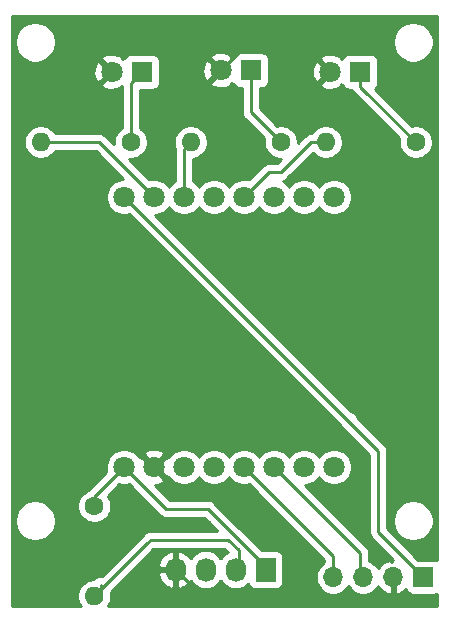
<source format=gbr>
G04 #@! TF.GenerationSoftware,KiCad,Pcbnew,5.1.7-5.1.7*
G04 #@! TF.CreationDate,2020-10-12T00:47:03+02:00*
G04 #@! TF.ProjectId,meteo-home,6d657465-6f2d-4686-9f6d-652e6b696361,rev?*
G04 #@! TF.SameCoordinates,Original*
G04 #@! TF.FileFunction,Copper,L1,Top*
G04 #@! TF.FilePolarity,Positive*
%FSLAX46Y46*%
G04 Gerber Fmt 4.6, Leading zero omitted, Abs format (unit mm)*
G04 Created by KiCad (PCBNEW 5.1.7-5.1.7) date 2020-10-12 00:47:03*
%MOMM*%
%LPD*%
G01*
G04 APERTURE LIST*
G04 #@! TA.AperFunction,ComponentPad*
%ADD10C,1.800000*%
G04 #@! TD*
G04 #@! TA.AperFunction,ComponentPad*
%ADD11R,1.727200X2.032000*%
G04 #@! TD*
G04 #@! TA.AperFunction,ComponentPad*
%ADD12O,1.727200X2.032000*%
G04 #@! TD*
G04 #@! TA.AperFunction,ComponentPad*
%ADD13R,1.800000X1.800000*%
G04 #@! TD*
G04 #@! TA.AperFunction,ComponentPad*
%ADD14O,1.600000X1.600000*%
G04 #@! TD*
G04 #@! TA.AperFunction,ComponentPad*
%ADD15C,1.600000*%
G04 #@! TD*
G04 #@! TA.AperFunction,ComponentPad*
%ADD16O,1.700000X1.700000*%
G04 #@! TD*
G04 #@! TA.AperFunction,ComponentPad*
%ADD17R,1.700000X1.700000*%
G04 #@! TD*
G04 #@! TA.AperFunction,Conductor*
%ADD18C,0.250000*%
G04 #@! TD*
G04 #@! TA.AperFunction,Conductor*
%ADD19C,0.254000*%
G04 #@! TD*
G04 #@! TA.AperFunction,Conductor*
%ADD20C,0.100000*%
G04 #@! TD*
G04 APERTURE END LIST*
D10*
X115005001Y-65597025D03*
X115005001Y-88457025D03*
X117545001Y-65597025D03*
X117545001Y-88457025D03*
X120085001Y-65597025D03*
X120085001Y-88457025D03*
X122625001Y-65597025D03*
X122625001Y-88457025D03*
X125165001Y-65597025D03*
X125165001Y-88457025D03*
X127705001Y-65597025D03*
X127705001Y-88457025D03*
X130245001Y-65597025D03*
X130245001Y-88457025D03*
X132785001Y-65597025D03*
X132785001Y-88457025D03*
D11*
X127000000Y-97155000D03*
D12*
X124460000Y-97155000D03*
X121920000Y-97155000D03*
X119380000Y-97155000D03*
D10*
X113960000Y-55000000D03*
D13*
X116500000Y-55000000D03*
X125730000Y-54864000D03*
D10*
X123190000Y-54864000D03*
X132460000Y-55000000D03*
D13*
X135000000Y-55000000D03*
D14*
X107950000Y-60960000D03*
D15*
X115570000Y-60960000D03*
X139700000Y-60960000D03*
D14*
X132080000Y-60960000D03*
X112500000Y-99370000D03*
D15*
X112500000Y-91750000D03*
D14*
X120650000Y-60960000D03*
D15*
X128270000Y-60960000D03*
D16*
X132715000Y-97790000D03*
X135255000Y-97790000D03*
X137795000Y-97790000D03*
D17*
X140335000Y-97790000D03*
D18*
X112907976Y-60960000D02*
X107950000Y-60960000D01*
X117545001Y-65597025D02*
X112907976Y-60960000D01*
X132080000Y-60960000D02*
X130810000Y-60960000D01*
X130810000Y-60960000D02*
X128270000Y-63500000D01*
X127262026Y-63500000D02*
X125165001Y-65597025D01*
X128270000Y-63500000D02*
X127262026Y-63500000D01*
X115570000Y-55930000D02*
X116500000Y-55000000D01*
X115570000Y-60960000D02*
X115570000Y-55930000D01*
X135000000Y-56260000D02*
X139700000Y-60960000D01*
X135000000Y-55000000D02*
X135000000Y-56260000D01*
X124714000Y-95504000D02*
X123825000Y-94615000D01*
X124714000Y-97155000D02*
X124714000Y-95504000D01*
X113030000Y-99695000D02*
X113030000Y-98425000D01*
X117255000Y-94615000D02*
X117615000Y-94615000D01*
X117255000Y-94615000D02*
X116935000Y-94935000D01*
X123825000Y-94615000D02*
X117255000Y-94615000D01*
X112500000Y-99370000D02*
X116935000Y-94935000D01*
X125165001Y-88457025D02*
X132461000Y-95753024D01*
X132715000Y-96007024D02*
X132461000Y-95753024D01*
X132715000Y-97790000D02*
X132715000Y-96007024D01*
X127705001Y-88457025D02*
X135001000Y-95753024D01*
X135001000Y-97536000D02*
X135255000Y-97790000D01*
X135001000Y-95753024D02*
X135001000Y-97536000D01*
X125984000Y-54864000D02*
X125984000Y-54991000D01*
X125730000Y-58420000D02*
X128270000Y-60960000D01*
X125730000Y-54864000D02*
X125730000Y-58420000D01*
X120085001Y-61524999D02*
X120650000Y-60960000D01*
X120085001Y-65597025D02*
X120085001Y-61524999D01*
X127254000Y-97155000D02*
X123952000Y-93853000D01*
X123952000Y-93853000D02*
X123914001Y-93815001D01*
X112500000Y-90962026D02*
X112500000Y-91750000D01*
X115005001Y-88457025D02*
X112500000Y-90962026D01*
X115005001Y-88457025D02*
X118547976Y-92000000D01*
X118547976Y-92000000D02*
X122099000Y-92000000D01*
X122099000Y-92000000D02*
X122674500Y-92575500D01*
X122174000Y-92075000D02*
X122674500Y-92575500D01*
X122674500Y-92575500D02*
X123952000Y-93853000D01*
X120396000Y-52070000D02*
X123190000Y-54864000D01*
X137160000Y-99695000D02*
X121920000Y-99695000D01*
X137795000Y-97790000D02*
X137795000Y-99060000D01*
X121920000Y-99695000D02*
X119380000Y-97155000D01*
X137795000Y-99060000D02*
X137160000Y-99695000D01*
X125984000Y-52070000D02*
X123190000Y-54864000D01*
X129530000Y-52070000D02*
X132460000Y-55000000D01*
X125984000Y-52070000D02*
X129530000Y-52070000D01*
X133923988Y-84516012D02*
X133985000Y-84455000D01*
X133923988Y-84516012D02*
X115005001Y-65597025D01*
X133923988Y-84516012D02*
X136525000Y-87117024D01*
X136525000Y-93980000D02*
X140335000Y-97790000D01*
X136525000Y-87117024D02*
X136525000Y-93980000D01*
D19*
X141478000Y-96376593D02*
X141429180Y-96350498D01*
X141309482Y-96314188D01*
X141185000Y-96301928D01*
X139921730Y-96301928D01*
X137285000Y-93665199D01*
X137285000Y-92829117D01*
X137765000Y-92829117D01*
X137765000Y-93170883D01*
X137831675Y-93506081D01*
X137962463Y-93821831D01*
X138152337Y-94105998D01*
X138394002Y-94347663D01*
X138678169Y-94537537D01*
X138993919Y-94668325D01*
X139329117Y-94735000D01*
X139670883Y-94735000D01*
X140006081Y-94668325D01*
X140321831Y-94537537D01*
X140605998Y-94347663D01*
X140847663Y-94105998D01*
X141037537Y-93821831D01*
X141168325Y-93506081D01*
X141235000Y-93170883D01*
X141235000Y-92829117D01*
X141168325Y-92493919D01*
X141037537Y-92178169D01*
X140847663Y-91894002D01*
X140605998Y-91652337D01*
X140321831Y-91462463D01*
X140006081Y-91331675D01*
X139670883Y-91265000D01*
X139329117Y-91265000D01*
X138993919Y-91331675D01*
X138678169Y-91462463D01*
X138394002Y-91652337D01*
X138152337Y-91894002D01*
X137962463Y-92178169D01*
X137831675Y-92493919D01*
X137765000Y-92829117D01*
X137285000Y-92829117D01*
X137285000Y-87154346D01*
X137288676Y-87117023D01*
X137285000Y-87079700D01*
X137285000Y-87079691D01*
X137274003Y-86968038D01*
X137230546Y-86824777D01*
X137159974Y-86692748D01*
X137146811Y-86676709D01*
X137088799Y-86606020D01*
X137088795Y-86606016D01*
X137065001Y-86577023D01*
X137036009Y-86553230D01*
X134710146Y-84227369D01*
X134690546Y-84162754D01*
X134619974Y-84030724D01*
X134525001Y-83914999D01*
X134409276Y-83820026D01*
X134277246Y-83749454D01*
X134212632Y-83729854D01*
X117614802Y-67132025D01*
X117696185Y-67132025D01*
X117992744Y-67073036D01*
X118272096Y-66957324D01*
X118523506Y-66789337D01*
X118737313Y-66575530D01*
X118815001Y-66459262D01*
X118892689Y-66575530D01*
X119106496Y-66789337D01*
X119357906Y-66957324D01*
X119637258Y-67073036D01*
X119933817Y-67132025D01*
X120236185Y-67132025D01*
X120532744Y-67073036D01*
X120812096Y-66957324D01*
X121063506Y-66789337D01*
X121277313Y-66575530D01*
X121355001Y-66459262D01*
X121432689Y-66575530D01*
X121646496Y-66789337D01*
X121897906Y-66957324D01*
X122177258Y-67073036D01*
X122473817Y-67132025D01*
X122776185Y-67132025D01*
X123072744Y-67073036D01*
X123352096Y-66957324D01*
X123603506Y-66789337D01*
X123817313Y-66575530D01*
X123895001Y-66459262D01*
X123972689Y-66575530D01*
X124186496Y-66789337D01*
X124437906Y-66957324D01*
X124717258Y-67073036D01*
X125013817Y-67132025D01*
X125316185Y-67132025D01*
X125612744Y-67073036D01*
X125892096Y-66957324D01*
X126143506Y-66789337D01*
X126357313Y-66575530D01*
X126435001Y-66459262D01*
X126512689Y-66575530D01*
X126726496Y-66789337D01*
X126977906Y-66957324D01*
X127257258Y-67073036D01*
X127553817Y-67132025D01*
X127856185Y-67132025D01*
X128152744Y-67073036D01*
X128432096Y-66957324D01*
X128683506Y-66789337D01*
X128897313Y-66575530D01*
X128975001Y-66459262D01*
X129052689Y-66575530D01*
X129266496Y-66789337D01*
X129517906Y-66957324D01*
X129797258Y-67073036D01*
X130093817Y-67132025D01*
X130396185Y-67132025D01*
X130692744Y-67073036D01*
X130972096Y-66957324D01*
X131223506Y-66789337D01*
X131437313Y-66575530D01*
X131515001Y-66459262D01*
X131592689Y-66575530D01*
X131806496Y-66789337D01*
X132057906Y-66957324D01*
X132337258Y-67073036D01*
X132633817Y-67132025D01*
X132936185Y-67132025D01*
X133232744Y-67073036D01*
X133512096Y-66957324D01*
X133763506Y-66789337D01*
X133977313Y-66575530D01*
X134145300Y-66324120D01*
X134261012Y-66044768D01*
X134320001Y-65748209D01*
X134320001Y-65445841D01*
X134261012Y-65149282D01*
X134145300Y-64869930D01*
X133977313Y-64618520D01*
X133763506Y-64404713D01*
X133512096Y-64236726D01*
X133232744Y-64121014D01*
X132936185Y-64062025D01*
X132633817Y-64062025D01*
X132337258Y-64121014D01*
X132057906Y-64236726D01*
X131806496Y-64404713D01*
X131592689Y-64618520D01*
X131515001Y-64734788D01*
X131437313Y-64618520D01*
X131223506Y-64404713D01*
X130972096Y-64236726D01*
X130692744Y-64121014D01*
X130396185Y-64062025D01*
X130093817Y-64062025D01*
X129797258Y-64121014D01*
X129517906Y-64236726D01*
X129266496Y-64404713D01*
X129052689Y-64618520D01*
X128975001Y-64734788D01*
X128897313Y-64618520D01*
X128683506Y-64404713D01*
X128440640Y-64242435D01*
X128562247Y-64205546D01*
X128694276Y-64134974D01*
X128810001Y-64040001D01*
X128833804Y-64010997D01*
X130967703Y-61877099D01*
X131165241Y-62074637D01*
X131400273Y-62231680D01*
X131661426Y-62339853D01*
X131938665Y-62395000D01*
X132221335Y-62395000D01*
X132498574Y-62339853D01*
X132759727Y-62231680D01*
X132994759Y-62074637D01*
X133194637Y-61874759D01*
X133351680Y-61639727D01*
X133459853Y-61378574D01*
X133515000Y-61101335D01*
X133515000Y-60818665D01*
X133459853Y-60541426D01*
X133351680Y-60280273D01*
X133194637Y-60045241D01*
X132994759Y-59845363D01*
X132759727Y-59688320D01*
X132498574Y-59580147D01*
X132221335Y-59525000D01*
X131938665Y-59525000D01*
X131661426Y-59580147D01*
X131400273Y-59688320D01*
X131165241Y-59845363D01*
X130965363Y-60045241D01*
X130861957Y-60200000D01*
X130847322Y-60200000D01*
X130809999Y-60196324D01*
X130772676Y-60200000D01*
X130772667Y-60200000D01*
X130661014Y-60210997D01*
X130517753Y-60254454D01*
X130385724Y-60325026D01*
X130385722Y-60325027D01*
X130385723Y-60325027D01*
X130298996Y-60396201D01*
X130298992Y-60396205D01*
X130269999Y-60419999D01*
X130246205Y-60448992D01*
X129705000Y-60990197D01*
X129705000Y-60818665D01*
X129649853Y-60541426D01*
X129541680Y-60280273D01*
X129384637Y-60045241D01*
X129184759Y-59845363D01*
X128949727Y-59688320D01*
X128688574Y-59580147D01*
X128411335Y-59525000D01*
X128128665Y-59525000D01*
X127946114Y-59561312D01*
X126490000Y-58105199D01*
X126490000Y-56402072D01*
X126630000Y-56402072D01*
X126754482Y-56389812D01*
X126874180Y-56353502D01*
X126984494Y-56294537D01*
X127081185Y-56215185D01*
X127160537Y-56118494D01*
X127219502Y-56008180D01*
X127255812Y-55888482D01*
X127268072Y-55764000D01*
X127268072Y-55066553D01*
X130919009Y-55066553D01*
X130961603Y-55365907D01*
X131061778Y-55651199D01*
X131141739Y-55800792D01*
X131395920Y-55884475D01*
X132280395Y-55000000D01*
X131395920Y-54115525D01*
X131141739Y-54199208D01*
X131010842Y-54471775D01*
X130935635Y-54764642D01*
X130919009Y-55066553D01*
X127268072Y-55066553D01*
X127268072Y-53964000D01*
X127265307Y-53935920D01*
X131575525Y-53935920D01*
X132460000Y-54820395D01*
X132474143Y-54806253D01*
X132653748Y-54985858D01*
X132639605Y-55000000D01*
X132653748Y-55014143D01*
X132474143Y-55193748D01*
X132460000Y-55179605D01*
X131575525Y-56064080D01*
X131659208Y-56318261D01*
X131931775Y-56449158D01*
X132224642Y-56524365D01*
X132526553Y-56540991D01*
X132825907Y-56498397D01*
X133111199Y-56398222D01*
X133260792Y-56318261D01*
X133344474Y-56064082D01*
X133460422Y-56180030D01*
X133507187Y-56133265D01*
X133510498Y-56144180D01*
X133569463Y-56254494D01*
X133648815Y-56351185D01*
X133745506Y-56430537D01*
X133855820Y-56489502D01*
X133975518Y-56525812D01*
X134100000Y-56538072D01*
X134290155Y-56538072D01*
X134294454Y-56552246D01*
X134365026Y-56684276D01*
X134436201Y-56771002D01*
X134460000Y-56800001D01*
X134488998Y-56823799D01*
X138301312Y-60636114D01*
X138265000Y-60818665D01*
X138265000Y-61101335D01*
X138320147Y-61378574D01*
X138428320Y-61639727D01*
X138585363Y-61874759D01*
X138785241Y-62074637D01*
X139020273Y-62231680D01*
X139281426Y-62339853D01*
X139558665Y-62395000D01*
X139841335Y-62395000D01*
X140118574Y-62339853D01*
X140379727Y-62231680D01*
X140614759Y-62074637D01*
X140814637Y-61874759D01*
X140971680Y-61639727D01*
X141079853Y-61378574D01*
X141135000Y-61101335D01*
X141135000Y-60818665D01*
X141079853Y-60541426D01*
X140971680Y-60280273D01*
X140814637Y-60045241D01*
X140614759Y-59845363D01*
X140379727Y-59688320D01*
X140118574Y-59580147D01*
X139841335Y-59525000D01*
X139558665Y-59525000D01*
X139376114Y-59561312D01*
X136248527Y-56433726D01*
X136254494Y-56430537D01*
X136351185Y-56351185D01*
X136430537Y-56254494D01*
X136489502Y-56144180D01*
X136525812Y-56024482D01*
X136538072Y-55900000D01*
X136538072Y-54100000D01*
X136525812Y-53975518D01*
X136489502Y-53855820D01*
X136430537Y-53745506D01*
X136351185Y-53648815D01*
X136254494Y-53569463D01*
X136144180Y-53510498D01*
X136024482Y-53474188D01*
X135900000Y-53461928D01*
X134100000Y-53461928D01*
X133975518Y-53474188D01*
X133855820Y-53510498D01*
X133745506Y-53569463D01*
X133648815Y-53648815D01*
X133569463Y-53745506D01*
X133510498Y-53855820D01*
X133507187Y-53866735D01*
X133460422Y-53819970D01*
X133344474Y-53935918D01*
X133260792Y-53681739D01*
X132988225Y-53550842D01*
X132695358Y-53475635D01*
X132393447Y-53459009D01*
X132094093Y-53501603D01*
X131808801Y-53601778D01*
X131659208Y-53681739D01*
X131575525Y-53935920D01*
X127265307Y-53935920D01*
X127255812Y-53839518D01*
X127219502Y-53719820D01*
X127160537Y-53609506D01*
X127081185Y-53512815D01*
X126984494Y-53433463D01*
X126874180Y-53374498D01*
X126754482Y-53338188D01*
X126630000Y-53325928D01*
X124830000Y-53325928D01*
X124705518Y-53338188D01*
X124585820Y-53374498D01*
X124475506Y-53433463D01*
X124378815Y-53512815D01*
X124299463Y-53609506D01*
X124240498Y-53719820D01*
X124237187Y-53730735D01*
X124190422Y-53683970D01*
X124074474Y-53799918D01*
X123990792Y-53545739D01*
X123718225Y-53414842D01*
X123425358Y-53339635D01*
X123123447Y-53323009D01*
X122824093Y-53365603D01*
X122538801Y-53465778D01*
X122389208Y-53545739D01*
X122305525Y-53799920D01*
X123190000Y-54684395D01*
X123204143Y-54670253D01*
X123383748Y-54849858D01*
X123369605Y-54864000D01*
X123383748Y-54878143D01*
X123204143Y-55057748D01*
X123190000Y-55043605D01*
X122305525Y-55928080D01*
X122389208Y-56182261D01*
X122661775Y-56313158D01*
X122954642Y-56388365D01*
X123256553Y-56404991D01*
X123555907Y-56362397D01*
X123841199Y-56262222D01*
X123990792Y-56182261D01*
X124074474Y-55928082D01*
X124190422Y-56044030D01*
X124237187Y-55997265D01*
X124240498Y-56008180D01*
X124299463Y-56118494D01*
X124378815Y-56215185D01*
X124475506Y-56294537D01*
X124585820Y-56353502D01*
X124705518Y-56389812D01*
X124830000Y-56402072D01*
X124970000Y-56402072D01*
X124970001Y-58382668D01*
X124966324Y-58420000D01*
X124980998Y-58568985D01*
X125024454Y-58712246D01*
X125095026Y-58844276D01*
X125166201Y-58931002D01*
X125190000Y-58960001D01*
X125218998Y-58983799D01*
X126871312Y-60636114D01*
X126835000Y-60818665D01*
X126835000Y-61101335D01*
X126890147Y-61378574D01*
X126998320Y-61639727D01*
X127155363Y-61874759D01*
X127355241Y-62074637D01*
X127590273Y-62231680D01*
X127851426Y-62339853D01*
X128128665Y-62395000D01*
X128300199Y-62395000D01*
X127955199Y-62740000D01*
X127299348Y-62740000D01*
X127262025Y-62736324D01*
X127224702Y-62740000D01*
X127224693Y-62740000D01*
X127113040Y-62750997D01*
X126969779Y-62794454D01*
X126837750Y-62865026D01*
X126722025Y-62959999D01*
X126698227Y-62988997D01*
X125573931Y-64113294D01*
X125316185Y-64062025D01*
X125013817Y-64062025D01*
X124717258Y-64121014D01*
X124437906Y-64236726D01*
X124186496Y-64404713D01*
X123972689Y-64618520D01*
X123895001Y-64734788D01*
X123817313Y-64618520D01*
X123603506Y-64404713D01*
X123352096Y-64236726D01*
X123072744Y-64121014D01*
X122776185Y-64062025D01*
X122473817Y-64062025D01*
X122177258Y-64121014D01*
X121897906Y-64236726D01*
X121646496Y-64404713D01*
X121432689Y-64618520D01*
X121355001Y-64734788D01*
X121277313Y-64618520D01*
X121063506Y-64404713D01*
X120845001Y-64258712D01*
X120845001Y-62384325D01*
X121068574Y-62339853D01*
X121329727Y-62231680D01*
X121564759Y-62074637D01*
X121764637Y-61874759D01*
X121921680Y-61639727D01*
X122029853Y-61378574D01*
X122085000Y-61101335D01*
X122085000Y-60818665D01*
X122029853Y-60541426D01*
X121921680Y-60280273D01*
X121764637Y-60045241D01*
X121564759Y-59845363D01*
X121329727Y-59688320D01*
X121068574Y-59580147D01*
X120791335Y-59525000D01*
X120508665Y-59525000D01*
X120231426Y-59580147D01*
X119970273Y-59688320D01*
X119735241Y-59845363D01*
X119535363Y-60045241D01*
X119378320Y-60280273D01*
X119270147Y-60541426D01*
X119215000Y-60818665D01*
X119215000Y-61101335D01*
X119270147Y-61378574D01*
X119323145Y-61506522D01*
X119321325Y-61524999D01*
X119325002Y-61562331D01*
X119325001Y-64258712D01*
X119106496Y-64404713D01*
X118892689Y-64618520D01*
X118815001Y-64734788D01*
X118737313Y-64618520D01*
X118523506Y-64404713D01*
X118272096Y-64236726D01*
X117992744Y-64121014D01*
X117696185Y-64062025D01*
X117393817Y-64062025D01*
X117136071Y-64113294D01*
X115415074Y-62392297D01*
X115428665Y-62395000D01*
X115711335Y-62395000D01*
X115988574Y-62339853D01*
X116249727Y-62231680D01*
X116484759Y-62074637D01*
X116684637Y-61874759D01*
X116841680Y-61639727D01*
X116949853Y-61378574D01*
X117005000Y-61101335D01*
X117005000Y-60818665D01*
X116949853Y-60541426D01*
X116841680Y-60280273D01*
X116684637Y-60045241D01*
X116484759Y-59845363D01*
X116330000Y-59741957D01*
X116330000Y-56538072D01*
X117400000Y-56538072D01*
X117524482Y-56525812D01*
X117644180Y-56489502D01*
X117754494Y-56430537D01*
X117851185Y-56351185D01*
X117930537Y-56254494D01*
X117989502Y-56144180D01*
X118025812Y-56024482D01*
X118038072Y-55900000D01*
X118038072Y-54930553D01*
X121649009Y-54930553D01*
X121691603Y-55229907D01*
X121791778Y-55515199D01*
X121871739Y-55664792D01*
X122125920Y-55748475D01*
X123010395Y-54864000D01*
X122125920Y-53979525D01*
X121871739Y-54063208D01*
X121740842Y-54335775D01*
X121665635Y-54628642D01*
X121649009Y-54930553D01*
X118038072Y-54930553D01*
X118038072Y-54100000D01*
X118025812Y-53975518D01*
X117989502Y-53855820D01*
X117930537Y-53745506D01*
X117851185Y-53648815D01*
X117754494Y-53569463D01*
X117644180Y-53510498D01*
X117524482Y-53474188D01*
X117400000Y-53461928D01*
X115600000Y-53461928D01*
X115475518Y-53474188D01*
X115355820Y-53510498D01*
X115245506Y-53569463D01*
X115148815Y-53648815D01*
X115069463Y-53745506D01*
X115010498Y-53855820D01*
X115007187Y-53866735D01*
X114960422Y-53819970D01*
X114844474Y-53935918D01*
X114760792Y-53681739D01*
X114488225Y-53550842D01*
X114195358Y-53475635D01*
X113893447Y-53459009D01*
X113594093Y-53501603D01*
X113308801Y-53601778D01*
X113159208Y-53681739D01*
X113075525Y-53935920D01*
X113960000Y-54820395D01*
X113974143Y-54806253D01*
X114153748Y-54985858D01*
X114139605Y-55000000D01*
X114153748Y-55014143D01*
X113974143Y-55193748D01*
X113960000Y-55179605D01*
X113075525Y-56064080D01*
X113159208Y-56318261D01*
X113431775Y-56449158D01*
X113724642Y-56524365D01*
X114026553Y-56540991D01*
X114325907Y-56498397D01*
X114611199Y-56398222D01*
X114760792Y-56318261D01*
X114810001Y-56168792D01*
X114810000Y-59741956D01*
X114655241Y-59845363D01*
X114455363Y-60045241D01*
X114298320Y-60280273D01*
X114190147Y-60541426D01*
X114135000Y-60818665D01*
X114135000Y-61101335D01*
X114137704Y-61114926D01*
X113471780Y-60449003D01*
X113447977Y-60419999D01*
X113332252Y-60325026D01*
X113200223Y-60254454D01*
X113056962Y-60210997D01*
X112945309Y-60200000D01*
X112945298Y-60200000D01*
X112907976Y-60196324D01*
X112870654Y-60200000D01*
X109168043Y-60200000D01*
X109064637Y-60045241D01*
X108864759Y-59845363D01*
X108629727Y-59688320D01*
X108368574Y-59580147D01*
X108091335Y-59525000D01*
X107808665Y-59525000D01*
X107531426Y-59580147D01*
X107270273Y-59688320D01*
X107035241Y-59845363D01*
X106835363Y-60045241D01*
X106678320Y-60280273D01*
X106570147Y-60541426D01*
X106515000Y-60818665D01*
X106515000Y-61101335D01*
X106570147Y-61378574D01*
X106678320Y-61639727D01*
X106835363Y-61874759D01*
X107035241Y-62074637D01*
X107270273Y-62231680D01*
X107531426Y-62339853D01*
X107808665Y-62395000D01*
X108091335Y-62395000D01*
X108368574Y-62339853D01*
X108629727Y-62231680D01*
X108864759Y-62074637D01*
X109064637Y-61874759D01*
X109168043Y-61720000D01*
X112593175Y-61720000D01*
X114935199Y-64062025D01*
X114853817Y-64062025D01*
X114557258Y-64121014D01*
X114277906Y-64236726D01*
X114026496Y-64404713D01*
X113812689Y-64618520D01*
X113644702Y-64869930D01*
X113528990Y-65149282D01*
X113470001Y-65445841D01*
X113470001Y-65748209D01*
X113528990Y-66044768D01*
X113644702Y-66324120D01*
X113812689Y-66575530D01*
X114026496Y-66789337D01*
X114277906Y-66957324D01*
X114557258Y-67073036D01*
X114853817Y-67132025D01*
X115156185Y-67132025D01*
X115413931Y-67080756D01*
X133360188Y-85027014D01*
X133383987Y-85056013D01*
X133412985Y-85079811D01*
X133412990Y-85079815D01*
X135765000Y-87431827D01*
X135765001Y-93942668D01*
X135761324Y-93980000D01*
X135765001Y-94017333D01*
X135775998Y-94128986D01*
X135788841Y-94171324D01*
X135819454Y-94272246D01*
X135890026Y-94404276D01*
X135958716Y-94487974D01*
X135985000Y-94520001D01*
X136013998Y-94543799D01*
X137775199Y-96305000D01*
X137667998Y-96305000D01*
X137667998Y-96469844D01*
X137438110Y-96348524D01*
X137290901Y-96393175D01*
X137028080Y-96518359D01*
X136794731Y-96692412D01*
X136599822Y-96908645D01*
X136530195Y-97025534D01*
X136408475Y-96843368D01*
X136201632Y-96636525D01*
X135958411Y-96474010D01*
X135761000Y-96392240D01*
X135761000Y-95790349D01*
X135764676Y-95753024D01*
X135761000Y-95715699D01*
X135761000Y-95715691D01*
X135750003Y-95604038D01*
X135706546Y-95460777D01*
X135635974Y-95328748D01*
X135541001Y-95213023D01*
X135512003Y-95189225D01*
X130314802Y-89992025D01*
X130396185Y-89992025D01*
X130692744Y-89933036D01*
X130972096Y-89817324D01*
X131223506Y-89649337D01*
X131437313Y-89435530D01*
X131515001Y-89319262D01*
X131592689Y-89435530D01*
X131806496Y-89649337D01*
X132057906Y-89817324D01*
X132337258Y-89933036D01*
X132633817Y-89992025D01*
X132936185Y-89992025D01*
X133232744Y-89933036D01*
X133512096Y-89817324D01*
X133763506Y-89649337D01*
X133977313Y-89435530D01*
X134145300Y-89184120D01*
X134261012Y-88904768D01*
X134320001Y-88608209D01*
X134320001Y-88305841D01*
X134261012Y-88009282D01*
X134145300Y-87729930D01*
X133977313Y-87478520D01*
X133763506Y-87264713D01*
X133512096Y-87096726D01*
X133232744Y-86981014D01*
X132936185Y-86922025D01*
X132633817Y-86922025D01*
X132337258Y-86981014D01*
X132057906Y-87096726D01*
X131806496Y-87264713D01*
X131592689Y-87478520D01*
X131515001Y-87594788D01*
X131437313Y-87478520D01*
X131223506Y-87264713D01*
X130972096Y-87096726D01*
X130692744Y-86981014D01*
X130396185Y-86922025D01*
X130093817Y-86922025D01*
X129797258Y-86981014D01*
X129517906Y-87096726D01*
X129266496Y-87264713D01*
X129052689Y-87478520D01*
X128975001Y-87594788D01*
X128897313Y-87478520D01*
X128683506Y-87264713D01*
X128432096Y-87096726D01*
X128152744Y-86981014D01*
X127856185Y-86922025D01*
X127553817Y-86922025D01*
X127257258Y-86981014D01*
X126977906Y-87096726D01*
X126726496Y-87264713D01*
X126512689Y-87478520D01*
X126435001Y-87594788D01*
X126357313Y-87478520D01*
X126143506Y-87264713D01*
X125892096Y-87096726D01*
X125612744Y-86981014D01*
X125316185Y-86922025D01*
X125013817Y-86922025D01*
X124717258Y-86981014D01*
X124437906Y-87096726D01*
X124186496Y-87264713D01*
X123972689Y-87478520D01*
X123895001Y-87594788D01*
X123817313Y-87478520D01*
X123603506Y-87264713D01*
X123352096Y-87096726D01*
X123072744Y-86981014D01*
X122776185Y-86922025D01*
X122473817Y-86922025D01*
X122177258Y-86981014D01*
X121897906Y-87096726D01*
X121646496Y-87264713D01*
X121432689Y-87478520D01*
X121355001Y-87594788D01*
X121277313Y-87478520D01*
X121063506Y-87264713D01*
X120812096Y-87096726D01*
X120532744Y-86981014D01*
X120236185Y-86922025D01*
X119933817Y-86922025D01*
X119637258Y-86981014D01*
X119357906Y-87096726D01*
X119106496Y-87264713D01*
X118892689Y-87478520D01*
X118790050Y-87632130D01*
X118609081Y-87572550D01*
X117724606Y-88457025D01*
X118609081Y-89341500D01*
X118790050Y-89281920D01*
X118892689Y-89435530D01*
X119106496Y-89649337D01*
X119357906Y-89817324D01*
X119637258Y-89933036D01*
X119933817Y-89992025D01*
X120236185Y-89992025D01*
X120532744Y-89933036D01*
X120812096Y-89817324D01*
X121063506Y-89649337D01*
X121277313Y-89435530D01*
X121355001Y-89319262D01*
X121432689Y-89435530D01*
X121646496Y-89649337D01*
X121897906Y-89817324D01*
X122177258Y-89933036D01*
X122473817Y-89992025D01*
X122776185Y-89992025D01*
X123072744Y-89933036D01*
X123352096Y-89817324D01*
X123603506Y-89649337D01*
X123817313Y-89435530D01*
X123895001Y-89319262D01*
X123972689Y-89435530D01*
X124186496Y-89649337D01*
X124437906Y-89817324D01*
X124717258Y-89933036D01*
X125013817Y-89992025D01*
X125316185Y-89992025D01*
X125573931Y-89940756D01*
X131949997Y-96316823D01*
X131950003Y-96316828D01*
X131955001Y-96321826D01*
X131955001Y-96511821D01*
X131768368Y-96636525D01*
X131561525Y-96843368D01*
X131399010Y-97086589D01*
X131287068Y-97356842D01*
X131230000Y-97643740D01*
X131230000Y-97936260D01*
X131287068Y-98223158D01*
X131399010Y-98493411D01*
X131561525Y-98736632D01*
X131768368Y-98943475D01*
X132011589Y-99105990D01*
X132281842Y-99217932D01*
X132568740Y-99275000D01*
X132861260Y-99275000D01*
X133148158Y-99217932D01*
X133418411Y-99105990D01*
X133661632Y-98943475D01*
X133868475Y-98736632D01*
X133985000Y-98562240D01*
X134101525Y-98736632D01*
X134308368Y-98943475D01*
X134551589Y-99105990D01*
X134821842Y-99217932D01*
X135108740Y-99275000D01*
X135401260Y-99275000D01*
X135688158Y-99217932D01*
X135958411Y-99105990D01*
X136201632Y-98943475D01*
X136408475Y-98736632D01*
X136530195Y-98554466D01*
X136599822Y-98671355D01*
X136794731Y-98887588D01*
X137028080Y-99061641D01*
X137290901Y-99186825D01*
X137438110Y-99231476D01*
X137668000Y-99110155D01*
X137668000Y-97917000D01*
X137648000Y-97917000D01*
X137648000Y-97663000D01*
X137668000Y-97663000D01*
X137668000Y-97643000D01*
X137922000Y-97643000D01*
X137922000Y-97663000D01*
X137942000Y-97663000D01*
X137942000Y-97917000D01*
X137922000Y-97917000D01*
X137922000Y-99110155D01*
X138151890Y-99231476D01*
X138299099Y-99186825D01*
X138561920Y-99061641D01*
X138795269Y-98887588D01*
X138871034Y-98803534D01*
X138895498Y-98884180D01*
X138954463Y-98994494D01*
X139033815Y-99091185D01*
X139130506Y-99170537D01*
X139240820Y-99229502D01*
X139360518Y-99265812D01*
X139485000Y-99278072D01*
X141185000Y-99278072D01*
X141309482Y-99265812D01*
X141429180Y-99229502D01*
X141478000Y-99203407D01*
X141478000Y-100203000D01*
X113669267Y-100203000D01*
X113771680Y-100049727D01*
X113879853Y-99788574D01*
X113935000Y-99511335D01*
X113935000Y-99228665D01*
X113898688Y-99046113D01*
X115427887Y-97516914D01*
X117894815Y-97516914D01*
X117964227Y-97802633D01*
X118088046Y-98069321D01*
X118261514Y-98306729D01*
X118477965Y-98505733D01*
X118729081Y-98658686D01*
X119005211Y-98759709D01*
X119020974Y-98762358D01*
X119253000Y-98641217D01*
X119253000Y-97282000D01*
X118039075Y-97282000D01*
X117894815Y-97516914D01*
X115427887Y-97516914D01*
X116151715Y-96793086D01*
X117894815Y-96793086D01*
X118039075Y-97028000D01*
X119253000Y-97028000D01*
X119253000Y-95668783D01*
X119020974Y-95547642D01*
X119005211Y-95550291D01*
X118729081Y-95651314D01*
X118477965Y-95804267D01*
X118261514Y-96003271D01*
X118088046Y-96240679D01*
X117964227Y-96507367D01*
X117894815Y-96793086D01*
X116151715Y-96793086D01*
X117498799Y-95446003D01*
X117498804Y-95445997D01*
X117569801Y-95375000D01*
X123510199Y-95375000D01*
X123794351Y-95659153D01*
X123623395Y-95750531D01*
X123395203Y-95937803D01*
X123207931Y-96165994D01*
X123190000Y-96199541D01*
X123172069Y-96165994D01*
X122984797Y-95937803D01*
X122756606Y-95750531D01*
X122496264Y-95611375D01*
X122213777Y-95525684D01*
X121920000Y-95496749D01*
X121626224Y-95525684D01*
X121343737Y-95611375D01*
X121083395Y-95750531D01*
X120855203Y-95937803D01*
X120667931Y-96165994D01*
X120646576Y-96205947D01*
X120498486Y-96003271D01*
X120282035Y-95804267D01*
X120030919Y-95651314D01*
X119754789Y-95550291D01*
X119739026Y-95547642D01*
X119507000Y-95668783D01*
X119507000Y-97028000D01*
X119527000Y-97028000D01*
X119527000Y-97282000D01*
X119507000Y-97282000D01*
X119507000Y-98641217D01*
X119739026Y-98762358D01*
X119754789Y-98759709D01*
X120030919Y-98658686D01*
X120282035Y-98505733D01*
X120498486Y-98306729D01*
X120646576Y-98104053D01*
X120667931Y-98144005D01*
X120855203Y-98372197D01*
X121083394Y-98559469D01*
X121343736Y-98698625D01*
X121626223Y-98784316D01*
X121920000Y-98813251D01*
X122213776Y-98784316D01*
X122496263Y-98698625D01*
X122756605Y-98559469D01*
X122984797Y-98372197D01*
X123172069Y-98144006D01*
X123190000Y-98110459D01*
X123207931Y-98144005D01*
X123395203Y-98372197D01*
X123623394Y-98559469D01*
X123883736Y-98698625D01*
X124166223Y-98784316D01*
X124460000Y-98813251D01*
X124753776Y-98784316D01*
X125036263Y-98698625D01*
X125296605Y-98559469D01*
X125524797Y-98372197D01*
X125531414Y-98364135D01*
X125546898Y-98415180D01*
X125605863Y-98525494D01*
X125685215Y-98622185D01*
X125781906Y-98701537D01*
X125892220Y-98760502D01*
X126011918Y-98796812D01*
X126136400Y-98809072D01*
X127863600Y-98809072D01*
X127988082Y-98796812D01*
X128107780Y-98760502D01*
X128218094Y-98701537D01*
X128314785Y-98622185D01*
X128394137Y-98525494D01*
X128453102Y-98415180D01*
X128489412Y-98295482D01*
X128501672Y-98171000D01*
X128501672Y-96139000D01*
X128489412Y-96014518D01*
X128453102Y-95894820D01*
X128394137Y-95784506D01*
X128314785Y-95687815D01*
X128218094Y-95608463D01*
X128107780Y-95549498D01*
X127988082Y-95513188D01*
X127863600Y-95500928D01*
X126674730Y-95500928D01*
X124515799Y-93341997D01*
X123238303Y-92064502D01*
X123238299Y-92064497D01*
X122662803Y-91489002D01*
X122639001Y-91459999D01*
X122523276Y-91365026D01*
X122391247Y-91294454D01*
X122247986Y-91250997D01*
X122136333Y-91240000D01*
X122136322Y-91240000D01*
X122099000Y-91236324D01*
X122061678Y-91240000D01*
X118862778Y-91240000D01*
X117619643Y-89996865D01*
X117910908Y-89955422D01*
X118196200Y-89855247D01*
X118345793Y-89775286D01*
X118429476Y-89521105D01*
X117545001Y-88636630D01*
X117530859Y-88650773D01*
X117351254Y-88471168D01*
X117365396Y-88457025D01*
X116480921Y-87572550D01*
X116299952Y-87632130D01*
X116197313Y-87478520D01*
X116111738Y-87392945D01*
X116660526Y-87392945D01*
X117545001Y-88277420D01*
X118429476Y-87392945D01*
X118345793Y-87138764D01*
X118073226Y-87007867D01*
X117780359Y-86932660D01*
X117478448Y-86916034D01*
X117179094Y-86958628D01*
X116893802Y-87058803D01*
X116744209Y-87138764D01*
X116660526Y-87392945D01*
X116111738Y-87392945D01*
X115983506Y-87264713D01*
X115732096Y-87096726D01*
X115452744Y-86981014D01*
X115156185Y-86922025D01*
X114853817Y-86922025D01*
X114557258Y-86981014D01*
X114277906Y-87096726D01*
X114026496Y-87264713D01*
X113812689Y-87478520D01*
X113644702Y-87729930D01*
X113528990Y-88009282D01*
X113470001Y-88305841D01*
X113470001Y-88608209D01*
X113521270Y-88865954D01*
X111989003Y-90398222D01*
X111963889Y-90418832D01*
X111820273Y-90478320D01*
X111585241Y-90635363D01*
X111385363Y-90835241D01*
X111228320Y-91070273D01*
X111120147Y-91331426D01*
X111065000Y-91608665D01*
X111065000Y-91891335D01*
X111120147Y-92168574D01*
X111228320Y-92429727D01*
X111385363Y-92664759D01*
X111585241Y-92864637D01*
X111820273Y-93021680D01*
X112081426Y-93129853D01*
X112358665Y-93185000D01*
X112641335Y-93185000D01*
X112918574Y-93129853D01*
X113179727Y-93021680D01*
X113414759Y-92864637D01*
X113614637Y-92664759D01*
X113771680Y-92429727D01*
X113879853Y-92168574D01*
X113935000Y-91891335D01*
X113935000Y-91608665D01*
X113879853Y-91331426D01*
X113771680Y-91070273D01*
X113649464Y-90887363D01*
X114596072Y-89940756D01*
X114853817Y-89992025D01*
X115156185Y-89992025D01*
X115413931Y-89940756D01*
X117984176Y-92511002D01*
X118007975Y-92540001D01*
X118123700Y-92634974D01*
X118255729Y-92705546D01*
X118398990Y-92749003D01*
X118510643Y-92760000D01*
X118510652Y-92760000D01*
X118547975Y-92763676D01*
X118585298Y-92760000D01*
X121784199Y-92760000D01*
X122163497Y-93139299D01*
X122163502Y-93139303D01*
X122879198Y-93855000D01*
X117292322Y-93855000D01*
X117254999Y-93851324D01*
X117217676Y-93855000D01*
X117217667Y-93855000D01*
X117106014Y-93865997D01*
X116962753Y-93909454D01*
X116830724Y-93980026D01*
X116714999Y-94074999D01*
X116691196Y-94104003D01*
X116424003Y-94371196D01*
X116423997Y-94371201D01*
X113124562Y-97670637D01*
X113030000Y-97661323D01*
X112881015Y-97675997D01*
X112737754Y-97719454D01*
X112605725Y-97790026D01*
X112490000Y-97884999D01*
X112448965Y-97935000D01*
X112358665Y-97935000D01*
X112081426Y-97990147D01*
X111820273Y-98098320D01*
X111585241Y-98255363D01*
X111385363Y-98455241D01*
X111228320Y-98690273D01*
X111120147Y-98951426D01*
X111065000Y-99228665D01*
X111065000Y-99511335D01*
X111120147Y-99788574D01*
X111228320Y-100049727D01*
X111330733Y-100203000D01*
X105537000Y-100203000D01*
X105537000Y-92829117D01*
X105765000Y-92829117D01*
X105765000Y-93170883D01*
X105831675Y-93506081D01*
X105962463Y-93821831D01*
X106152337Y-94105998D01*
X106394002Y-94347663D01*
X106678169Y-94537537D01*
X106993919Y-94668325D01*
X107329117Y-94735000D01*
X107670883Y-94735000D01*
X108006081Y-94668325D01*
X108321831Y-94537537D01*
X108605998Y-94347663D01*
X108847663Y-94105998D01*
X109037537Y-93821831D01*
X109168325Y-93506081D01*
X109235000Y-93170883D01*
X109235000Y-92829117D01*
X109168325Y-92493919D01*
X109037537Y-92178169D01*
X108847663Y-91894002D01*
X108605998Y-91652337D01*
X108321831Y-91462463D01*
X108006081Y-91331675D01*
X107670883Y-91265000D01*
X107329117Y-91265000D01*
X106993919Y-91331675D01*
X106678169Y-91462463D01*
X106394002Y-91652337D01*
X106152337Y-91894002D01*
X105962463Y-92178169D01*
X105831675Y-92493919D01*
X105765000Y-92829117D01*
X105537000Y-92829117D01*
X105537000Y-55066553D01*
X112419009Y-55066553D01*
X112461603Y-55365907D01*
X112561778Y-55651199D01*
X112641739Y-55800792D01*
X112895920Y-55884475D01*
X113780395Y-55000000D01*
X112895920Y-54115525D01*
X112641739Y-54199208D01*
X112510842Y-54471775D01*
X112435635Y-54764642D01*
X112419009Y-55066553D01*
X105537000Y-55066553D01*
X105537000Y-52329117D01*
X105765000Y-52329117D01*
X105765000Y-52670883D01*
X105831675Y-53006081D01*
X105962463Y-53321831D01*
X106152337Y-53605998D01*
X106394002Y-53847663D01*
X106678169Y-54037537D01*
X106993919Y-54168325D01*
X107329117Y-54235000D01*
X107670883Y-54235000D01*
X108006081Y-54168325D01*
X108321831Y-54037537D01*
X108605998Y-53847663D01*
X108847663Y-53605998D01*
X109037537Y-53321831D01*
X109168325Y-53006081D01*
X109235000Y-52670883D01*
X109235000Y-52329117D01*
X137765000Y-52329117D01*
X137765000Y-52670883D01*
X137831675Y-53006081D01*
X137962463Y-53321831D01*
X138152337Y-53605998D01*
X138394002Y-53847663D01*
X138678169Y-54037537D01*
X138993919Y-54168325D01*
X139329117Y-54235000D01*
X139670883Y-54235000D01*
X140006081Y-54168325D01*
X140321831Y-54037537D01*
X140605998Y-53847663D01*
X140847663Y-53605998D01*
X141037537Y-53321831D01*
X141168325Y-53006081D01*
X141235000Y-52670883D01*
X141235000Y-52329117D01*
X141168325Y-51993919D01*
X141037537Y-51678169D01*
X140847663Y-51394002D01*
X140605998Y-51152337D01*
X140321831Y-50962463D01*
X140006081Y-50831675D01*
X139670883Y-50765000D01*
X139329117Y-50765000D01*
X138993919Y-50831675D01*
X138678169Y-50962463D01*
X138394002Y-51152337D01*
X138152337Y-51394002D01*
X137962463Y-51678169D01*
X137831675Y-51993919D01*
X137765000Y-52329117D01*
X109235000Y-52329117D01*
X109168325Y-51993919D01*
X109037537Y-51678169D01*
X108847663Y-51394002D01*
X108605998Y-51152337D01*
X108321831Y-50962463D01*
X108006081Y-50831675D01*
X107670883Y-50765000D01*
X107329117Y-50765000D01*
X106993919Y-50831675D01*
X106678169Y-50962463D01*
X106394002Y-51152337D01*
X106152337Y-51394002D01*
X105962463Y-51678169D01*
X105831675Y-51993919D01*
X105765000Y-52329117D01*
X105537000Y-52329117D01*
X105537000Y-50292000D01*
X141478000Y-50292000D01*
X141478000Y-96376593D01*
G04 #@! TA.AperFunction,Conductor*
D20*
G36*
X141478000Y-96376593D02*
G01*
X141429180Y-96350498D01*
X141309482Y-96314188D01*
X141185000Y-96301928D01*
X139921730Y-96301928D01*
X137285000Y-93665199D01*
X137285000Y-92829117D01*
X137765000Y-92829117D01*
X137765000Y-93170883D01*
X137831675Y-93506081D01*
X137962463Y-93821831D01*
X138152337Y-94105998D01*
X138394002Y-94347663D01*
X138678169Y-94537537D01*
X138993919Y-94668325D01*
X139329117Y-94735000D01*
X139670883Y-94735000D01*
X140006081Y-94668325D01*
X140321831Y-94537537D01*
X140605998Y-94347663D01*
X140847663Y-94105998D01*
X141037537Y-93821831D01*
X141168325Y-93506081D01*
X141235000Y-93170883D01*
X141235000Y-92829117D01*
X141168325Y-92493919D01*
X141037537Y-92178169D01*
X140847663Y-91894002D01*
X140605998Y-91652337D01*
X140321831Y-91462463D01*
X140006081Y-91331675D01*
X139670883Y-91265000D01*
X139329117Y-91265000D01*
X138993919Y-91331675D01*
X138678169Y-91462463D01*
X138394002Y-91652337D01*
X138152337Y-91894002D01*
X137962463Y-92178169D01*
X137831675Y-92493919D01*
X137765000Y-92829117D01*
X137285000Y-92829117D01*
X137285000Y-87154346D01*
X137288676Y-87117023D01*
X137285000Y-87079700D01*
X137285000Y-87079691D01*
X137274003Y-86968038D01*
X137230546Y-86824777D01*
X137159974Y-86692748D01*
X137146811Y-86676709D01*
X137088799Y-86606020D01*
X137088795Y-86606016D01*
X137065001Y-86577023D01*
X137036009Y-86553230D01*
X134710146Y-84227369D01*
X134690546Y-84162754D01*
X134619974Y-84030724D01*
X134525001Y-83914999D01*
X134409276Y-83820026D01*
X134277246Y-83749454D01*
X134212632Y-83729854D01*
X117614802Y-67132025D01*
X117696185Y-67132025D01*
X117992744Y-67073036D01*
X118272096Y-66957324D01*
X118523506Y-66789337D01*
X118737313Y-66575530D01*
X118815001Y-66459262D01*
X118892689Y-66575530D01*
X119106496Y-66789337D01*
X119357906Y-66957324D01*
X119637258Y-67073036D01*
X119933817Y-67132025D01*
X120236185Y-67132025D01*
X120532744Y-67073036D01*
X120812096Y-66957324D01*
X121063506Y-66789337D01*
X121277313Y-66575530D01*
X121355001Y-66459262D01*
X121432689Y-66575530D01*
X121646496Y-66789337D01*
X121897906Y-66957324D01*
X122177258Y-67073036D01*
X122473817Y-67132025D01*
X122776185Y-67132025D01*
X123072744Y-67073036D01*
X123352096Y-66957324D01*
X123603506Y-66789337D01*
X123817313Y-66575530D01*
X123895001Y-66459262D01*
X123972689Y-66575530D01*
X124186496Y-66789337D01*
X124437906Y-66957324D01*
X124717258Y-67073036D01*
X125013817Y-67132025D01*
X125316185Y-67132025D01*
X125612744Y-67073036D01*
X125892096Y-66957324D01*
X126143506Y-66789337D01*
X126357313Y-66575530D01*
X126435001Y-66459262D01*
X126512689Y-66575530D01*
X126726496Y-66789337D01*
X126977906Y-66957324D01*
X127257258Y-67073036D01*
X127553817Y-67132025D01*
X127856185Y-67132025D01*
X128152744Y-67073036D01*
X128432096Y-66957324D01*
X128683506Y-66789337D01*
X128897313Y-66575530D01*
X128975001Y-66459262D01*
X129052689Y-66575530D01*
X129266496Y-66789337D01*
X129517906Y-66957324D01*
X129797258Y-67073036D01*
X130093817Y-67132025D01*
X130396185Y-67132025D01*
X130692744Y-67073036D01*
X130972096Y-66957324D01*
X131223506Y-66789337D01*
X131437313Y-66575530D01*
X131515001Y-66459262D01*
X131592689Y-66575530D01*
X131806496Y-66789337D01*
X132057906Y-66957324D01*
X132337258Y-67073036D01*
X132633817Y-67132025D01*
X132936185Y-67132025D01*
X133232744Y-67073036D01*
X133512096Y-66957324D01*
X133763506Y-66789337D01*
X133977313Y-66575530D01*
X134145300Y-66324120D01*
X134261012Y-66044768D01*
X134320001Y-65748209D01*
X134320001Y-65445841D01*
X134261012Y-65149282D01*
X134145300Y-64869930D01*
X133977313Y-64618520D01*
X133763506Y-64404713D01*
X133512096Y-64236726D01*
X133232744Y-64121014D01*
X132936185Y-64062025D01*
X132633817Y-64062025D01*
X132337258Y-64121014D01*
X132057906Y-64236726D01*
X131806496Y-64404713D01*
X131592689Y-64618520D01*
X131515001Y-64734788D01*
X131437313Y-64618520D01*
X131223506Y-64404713D01*
X130972096Y-64236726D01*
X130692744Y-64121014D01*
X130396185Y-64062025D01*
X130093817Y-64062025D01*
X129797258Y-64121014D01*
X129517906Y-64236726D01*
X129266496Y-64404713D01*
X129052689Y-64618520D01*
X128975001Y-64734788D01*
X128897313Y-64618520D01*
X128683506Y-64404713D01*
X128440640Y-64242435D01*
X128562247Y-64205546D01*
X128694276Y-64134974D01*
X128810001Y-64040001D01*
X128833804Y-64010997D01*
X130967703Y-61877099D01*
X131165241Y-62074637D01*
X131400273Y-62231680D01*
X131661426Y-62339853D01*
X131938665Y-62395000D01*
X132221335Y-62395000D01*
X132498574Y-62339853D01*
X132759727Y-62231680D01*
X132994759Y-62074637D01*
X133194637Y-61874759D01*
X133351680Y-61639727D01*
X133459853Y-61378574D01*
X133515000Y-61101335D01*
X133515000Y-60818665D01*
X133459853Y-60541426D01*
X133351680Y-60280273D01*
X133194637Y-60045241D01*
X132994759Y-59845363D01*
X132759727Y-59688320D01*
X132498574Y-59580147D01*
X132221335Y-59525000D01*
X131938665Y-59525000D01*
X131661426Y-59580147D01*
X131400273Y-59688320D01*
X131165241Y-59845363D01*
X130965363Y-60045241D01*
X130861957Y-60200000D01*
X130847322Y-60200000D01*
X130809999Y-60196324D01*
X130772676Y-60200000D01*
X130772667Y-60200000D01*
X130661014Y-60210997D01*
X130517753Y-60254454D01*
X130385724Y-60325026D01*
X130385722Y-60325027D01*
X130385723Y-60325027D01*
X130298996Y-60396201D01*
X130298992Y-60396205D01*
X130269999Y-60419999D01*
X130246205Y-60448992D01*
X129705000Y-60990197D01*
X129705000Y-60818665D01*
X129649853Y-60541426D01*
X129541680Y-60280273D01*
X129384637Y-60045241D01*
X129184759Y-59845363D01*
X128949727Y-59688320D01*
X128688574Y-59580147D01*
X128411335Y-59525000D01*
X128128665Y-59525000D01*
X127946114Y-59561312D01*
X126490000Y-58105199D01*
X126490000Y-56402072D01*
X126630000Y-56402072D01*
X126754482Y-56389812D01*
X126874180Y-56353502D01*
X126984494Y-56294537D01*
X127081185Y-56215185D01*
X127160537Y-56118494D01*
X127219502Y-56008180D01*
X127255812Y-55888482D01*
X127268072Y-55764000D01*
X127268072Y-55066553D01*
X130919009Y-55066553D01*
X130961603Y-55365907D01*
X131061778Y-55651199D01*
X131141739Y-55800792D01*
X131395920Y-55884475D01*
X132280395Y-55000000D01*
X131395920Y-54115525D01*
X131141739Y-54199208D01*
X131010842Y-54471775D01*
X130935635Y-54764642D01*
X130919009Y-55066553D01*
X127268072Y-55066553D01*
X127268072Y-53964000D01*
X127265307Y-53935920D01*
X131575525Y-53935920D01*
X132460000Y-54820395D01*
X132474143Y-54806253D01*
X132653748Y-54985858D01*
X132639605Y-55000000D01*
X132653748Y-55014143D01*
X132474143Y-55193748D01*
X132460000Y-55179605D01*
X131575525Y-56064080D01*
X131659208Y-56318261D01*
X131931775Y-56449158D01*
X132224642Y-56524365D01*
X132526553Y-56540991D01*
X132825907Y-56498397D01*
X133111199Y-56398222D01*
X133260792Y-56318261D01*
X133344474Y-56064082D01*
X133460422Y-56180030D01*
X133507187Y-56133265D01*
X133510498Y-56144180D01*
X133569463Y-56254494D01*
X133648815Y-56351185D01*
X133745506Y-56430537D01*
X133855820Y-56489502D01*
X133975518Y-56525812D01*
X134100000Y-56538072D01*
X134290155Y-56538072D01*
X134294454Y-56552246D01*
X134365026Y-56684276D01*
X134436201Y-56771002D01*
X134460000Y-56800001D01*
X134488998Y-56823799D01*
X138301312Y-60636114D01*
X138265000Y-60818665D01*
X138265000Y-61101335D01*
X138320147Y-61378574D01*
X138428320Y-61639727D01*
X138585363Y-61874759D01*
X138785241Y-62074637D01*
X139020273Y-62231680D01*
X139281426Y-62339853D01*
X139558665Y-62395000D01*
X139841335Y-62395000D01*
X140118574Y-62339853D01*
X140379727Y-62231680D01*
X140614759Y-62074637D01*
X140814637Y-61874759D01*
X140971680Y-61639727D01*
X141079853Y-61378574D01*
X141135000Y-61101335D01*
X141135000Y-60818665D01*
X141079853Y-60541426D01*
X140971680Y-60280273D01*
X140814637Y-60045241D01*
X140614759Y-59845363D01*
X140379727Y-59688320D01*
X140118574Y-59580147D01*
X139841335Y-59525000D01*
X139558665Y-59525000D01*
X139376114Y-59561312D01*
X136248527Y-56433726D01*
X136254494Y-56430537D01*
X136351185Y-56351185D01*
X136430537Y-56254494D01*
X136489502Y-56144180D01*
X136525812Y-56024482D01*
X136538072Y-55900000D01*
X136538072Y-54100000D01*
X136525812Y-53975518D01*
X136489502Y-53855820D01*
X136430537Y-53745506D01*
X136351185Y-53648815D01*
X136254494Y-53569463D01*
X136144180Y-53510498D01*
X136024482Y-53474188D01*
X135900000Y-53461928D01*
X134100000Y-53461928D01*
X133975518Y-53474188D01*
X133855820Y-53510498D01*
X133745506Y-53569463D01*
X133648815Y-53648815D01*
X133569463Y-53745506D01*
X133510498Y-53855820D01*
X133507187Y-53866735D01*
X133460422Y-53819970D01*
X133344474Y-53935918D01*
X133260792Y-53681739D01*
X132988225Y-53550842D01*
X132695358Y-53475635D01*
X132393447Y-53459009D01*
X132094093Y-53501603D01*
X131808801Y-53601778D01*
X131659208Y-53681739D01*
X131575525Y-53935920D01*
X127265307Y-53935920D01*
X127255812Y-53839518D01*
X127219502Y-53719820D01*
X127160537Y-53609506D01*
X127081185Y-53512815D01*
X126984494Y-53433463D01*
X126874180Y-53374498D01*
X126754482Y-53338188D01*
X126630000Y-53325928D01*
X124830000Y-53325928D01*
X124705518Y-53338188D01*
X124585820Y-53374498D01*
X124475506Y-53433463D01*
X124378815Y-53512815D01*
X124299463Y-53609506D01*
X124240498Y-53719820D01*
X124237187Y-53730735D01*
X124190422Y-53683970D01*
X124074474Y-53799918D01*
X123990792Y-53545739D01*
X123718225Y-53414842D01*
X123425358Y-53339635D01*
X123123447Y-53323009D01*
X122824093Y-53365603D01*
X122538801Y-53465778D01*
X122389208Y-53545739D01*
X122305525Y-53799920D01*
X123190000Y-54684395D01*
X123204143Y-54670253D01*
X123383748Y-54849858D01*
X123369605Y-54864000D01*
X123383748Y-54878143D01*
X123204143Y-55057748D01*
X123190000Y-55043605D01*
X122305525Y-55928080D01*
X122389208Y-56182261D01*
X122661775Y-56313158D01*
X122954642Y-56388365D01*
X123256553Y-56404991D01*
X123555907Y-56362397D01*
X123841199Y-56262222D01*
X123990792Y-56182261D01*
X124074474Y-55928082D01*
X124190422Y-56044030D01*
X124237187Y-55997265D01*
X124240498Y-56008180D01*
X124299463Y-56118494D01*
X124378815Y-56215185D01*
X124475506Y-56294537D01*
X124585820Y-56353502D01*
X124705518Y-56389812D01*
X124830000Y-56402072D01*
X124970000Y-56402072D01*
X124970001Y-58382668D01*
X124966324Y-58420000D01*
X124980998Y-58568985D01*
X125024454Y-58712246D01*
X125095026Y-58844276D01*
X125166201Y-58931002D01*
X125190000Y-58960001D01*
X125218998Y-58983799D01*
X126871312Y-60636114D01*
X126835000Y-60818665D01*
X126835000Y-61101335D01*
X126890147Y-61378574D01*
X126998320Y-61639727D01*
X127155363Y-61874759D01*
X127355241Y-62074637D01*
X127590273Y-62231680D01*
X127851426Y-62339853D01*
X128128665Y-62395000D01*
X128300199Y-62395000D01*
X127955199Y-62740000D01*
X127299348Y-62740000D01*
X127262025Y-62736324D01*
X127224702Y-62740000D01*
X127224693Y-62740000D01*
X127113040Y-62750997D01*
X126969779Y-62794454D01*
X126837750Y-62865026D01*
X126722025Y-62959999D01*
X126698227Y-62988997D01*
X125573931Y-64113294D01*
X125316185Y-64062025D01*
X125013817Y-64062025D01*
X124717258Y-64121014D01*
X124437906Y-64236726D01*
X124186496Y-64404713D01*
X123972689Y-64618520D01*
X123895001Y-64734788D01*
X123817313Y-64618520D01*
X123603506Y-64404713D01*
X123352096Y-64236726D01*
X123072744Y-64121014D01*
X122776185Y-64062025D01*
X122473817Y-64062025D01*
X122177258Y-64121014D01*
X121897906Y-64236726D01*
X121646496Y-64404713D01*
X121432689Y-64618520D01*
X121355001Y-64734788D01*
X121277313Y-64618520D01*
X121063506Y-64404713D01*
X120845001Y-64258712D01*
X120845001Y-62384325D01*
X121068574Y-62339853D01*
X121329727Y-62231680D01*
X121564759Y-62074637D01*
X121764637Y-61874759D01*
X121921680Y-61639727D01*
X122029853Y-61378574D01*
X122085000Y-61101335D01*
X122085000Y-60818665D01*
X122029853Y-60541426D01*
X121921680Y-60280273D01*
X121764637Y-60045241D01*
X121564759Y-59845363D01*
X121329727Y-59688320D01*
X121068574Y-59580147D01*
X120791335Y-59525000D01*
X120508665Y-59525000D01*
X120231426Y-59580147D01*
X119970273Y-59688320D01*
X119735241Y-59845363D01*
X119535363Y-60045241D01*
X119378320Y-60280273D01*
X119270147Y-60541426D01*
X119215000Y-60818665D01*
X119215000Y-61101335D01*
X119270147Y-61378574D01*
X119323145Y-61506522D01*
X119321325Y-61524999D01*
X119325002Y-61562331D01*
X119325001Y-64258712D01*
X119106496Y-64404713D01*
X118892689Y-64618520D01*
X118815001Y-64734788D01*
X118737313Y-64618520D01*
X118523506Y-64404713D01*
X118272096Y-64236726D01*
X117992744Y-64121014D01*
X117696185Y-64062025D01*
X117393817Y-64062025D01*
X117136071Y-64113294D01*
X115415074Y-62392297D01*
X115428665Y-62395000D01*
X115711335Y-62395000D01*
X115988574Y-62339853D01*
X116249727Y-62231680D01*
X116484759Y-62074637D01*
X116684637Y-61874759D01*
X116841680Y-61639727D01*
X116949853Y-61378574D01*
X117005000Y-61101335D01*
X117005000Y-60818665D01*
X116949853Y-60541426D01*
X116841680Y-60280273D01*
X116684637Y-60045241D01*
X116484759Y-59845363D01*
X116330000Y-59741957D01*
X116330000Y-56538072D01*
X117400000Y-56538072D01*
X117524482Y-56525812D01*
X117644180Y-56489502D01*
X117754494Y-56430537D01*
X117851185Y-56351185D01*
X117930537Y-56254494D01*
X117989502Y-56144180D01*
X118025812Y-56024482D01*
X118038072Y-55900000D01*
X118038072Y-54930553D01*
X121649009Y-54930553D01*
X121691603Y-55229907D01*
X121791778Y-55515199D01*
X121871739Y-55664792D01*
X122125920Y-55748475D01*
X123010395Y-54864000D01*
X122125920Y-53979525D01*
X121871739Y-54063208D01*
X121740842Y-54335775D01*
X121665635Y-54628642D01*
X121649009Y-54930553D01*
X118038072Y-54930553D01*
X118038072Y-54100000D01*
X118025812Y-53975518D01*
X117989502Y-53855820D01*
X117930537Y-53745506D01*
X117851185Y-53648815D01*
X117754494Y-53569463D01*
X117644180Y-53510498D01*
X117524482Y-53474188D01*
X117400000Y-53461928D01*
X115600000Y-53461928D01*
X115475518Y-53474188D01*
X115355820Y-53510498D01*
X115245506Y-53569463D01*
X115148815Y-53648815D01*
X115069463Y-53745506D01*
X115010498Y-53855820D01*
X115007187Y-53866735D01*
X114960422Y-53819970D01*
X114844474Y-53935918D01*
X114760792Y-53681739D01*
X114488225Y-53550842D01*
X114195358Y-53475635D01*
X113893447Y-53459009D01*
X113594093Y-53501603D01*
X113308801Y-53601778D01*
X113159208Y-53681739D01*
X113075525Y-53935920D01*
X113960000Y-54820395D01*
X113974143Y-54806253D01*
X114153748Y-54985858D01*
X114139605Y-55000000D01*
X114153748Y-55014143D01*
X113974143Y-55193748D01*
X113960000Y-55179605D01*
X113075525Y-56064080D01*
X113159208Y-56318261D01*
X113431775Y-56449158D01*
X113724642Y-56524365D01*
X114026553Y-56540991D01*
X114325907Y-56498397D01*
X114611199Y-56398222D01*
X114760792Y-56318261D01*
X114810001Y-56168792D01*
X114810000Y-59741956D01*
X114655241Y-59845363D01*
X114455363Y-60045241D01*
X114298320Y-60280273D01*
X114190147Y-60541426D01*
X114135000Y-60818665D01*
X114135000Y-61101335D01*
X114137704Y-61114926D01*
X113471780Y-60449003D01*
X113447977Y-60419999D01*
X113332252Y-60325026D01*
X113200223Y-60254454D01*
X113056962Y-60210997D01*
X112945309Y-60200000D01*
X112945298Y-60200000D01*
X112907976Y-60196324D01*
X112870654Y-60200000D01*
X109168043Y-60200000D01*
X109064637Y-60045241D01*
X108864759Y-59845363D01*
X108629727Y-59688320D01*
X108368574Y-59580147D01*
X108091335Y-59525000D01*
X107808665Y-59525000D01*
X107531426Y-59580147D01*
X107270273Y-59688320D01*
X107035241Y-59845363D01*
X106835363Y-60045241D01*
X106678320Y-60280273D01*
X106570147Y-60541426D01*
X106515000Y-60818665D01*
X106515000Y-61101335D01*
X106570147Y-61378574D01*
X106678320Y-61639727D01*
X106835363Y-61874759D01*
X107035241Y-62074637D01*
X107270273Y-62231680D01*
X107531426Y-62339853D01*
X107808665Y-62395000D01*
X108091335Y-62395000D01*
X108368574Y-62339853D01*
X108629727Y-62231680D01*
X108864759Y-62074637D01*
X109064637Y-61874759D01*
X109168043Y-61720000D01*
X112593175Y-61720000D01*
X114935199Y-64062025D01*
X114853817Y-64062025D01*
X114557258Y-64121014D01*
X114277906Y-64236726D01*
X114026496Y-64404713D01*
X113812689Y-64618520D01*
X113644702Y-64869930D01*
X113528990Y-65149282D01*
X113470001Y-65445841D01*
X113470001Y-65748209D01*
X113528990Y-66044768D01*
X113644702Y-66324120D01*
X113812689Y-66575530D01*
X114026496Y-66789337D01*
X114277906Y-66957324D01*
X114557258Y-67073036D01*
X114853817Y-67132025D01*
X115156185Y-67132025D01*
X115413931Y-67080756D01*
X133360188Y-85027014D01*
X133383987Y-85056013D01*
X133412985Y-85079811D01*
X133412990Y-85079815D01*
X135765000Y-87431827D01*
X135765001Y-93942668D01*
X135761324Y-93980000D01*
X135765001Y-94017333D01*
X135775998Y-94128986D01*
X135788841Y-94171324D01*
X135819454Y-94272246D01*
X135890026Y-94404276D01*
X135958716Y-94487974D01*
X135985000Y-94520001D01*
X136013998Y-94543799D01*
X137775199Y-96305000D01*
X137667998Y-96305000D01*
X137667998Y-96469844D01*
X137438110Y-96348524D01*
X137290901Y-96393175D01*
X137028080Y-96518359D01*
X136794731Y-96692412D01*
X136599822Y-96908645D01*
X136530195Y-97025534D01*
X136408475Y-96843368D01*
X136201632Y-96636525D01*
X135958411Y-96474010D01*
X135761000Y-96392240D01*
X135761000Y-95790349D01*
X135764676Y-95753024D01*
X135761000Y-95715699D01*
X135761000Y-95715691D01*
X135750003Y-95604038D01*
X135706546Y-95460777D01*
X135635974Y-95328748D01*
X135541001Y-95213023D01*
X135512003Y-95189225D01*
X130314802Y-89992025D01*
X130396185Y-89992025D01*
X130692744Y-89933036D01*
X130972096Y-89817324D01*
X131223506Y-89649337D01*
X131437313Y-89435530D01*
X131515001Y-89319262D01*
X131592689Y-89435530D01*
X131806496Y-89649337D01*
X132057906Y-89817324D01*
X132337258Y-89933036D01*
X132633817Y-89992025D01*
X132936185Y-89992025D01*
X133232744Y-89933036D01*
X133512096Y-89817324D01*
X133763506Y-89649337D01*
X133977313Y-89435530D01*
X134145300Y-89184120D01*
X134261012Y-88904768D01*
X134320001Y-88608209D01*
X134320001Y-88305841D01*
X134261012Y-88009282D01*
X134145300Y-87729930D01*
X133977313Y-87478520D01*
X133763506Y-87264713D01*
X133512096Y-87096726D01*
X133232744Y-86981014D01*
X132936185Y-86922025D01*
X132633817Y-86922025D01*
X132337258Y-86981014D01*
X132057906Y-87096726D01*
X131806496Y-87264713D01*
X131592689Y-87478520D01*
X131515001Y-87594788D01*
X131437313Y-87478520D01*
X131223506Y-87264713D01*
X130972096Y-87096726D01*
X130692744Y-86981014D01*
X130396185Y-86922025D01*
X130093817Y-86922025D01*
X129797258Y-86981014D01*
X129517906Y-87096726D01*
X129266496Y-87264713D01*
X129052689Y-87478520D01*
X128975001Y-87594788D01*
X128897313Y-87478520D01*
X128683506Y-87264713D01*
X128432096Y-87096726D01*
X128152744Y-86981014D01*
X127856185Y-86922025D01*
X127553817Y-86922025D01*
X127257258Y-86981014D01*
X126977906Y-87096726D01*
X126726496Y-87264713D01*
X126512689Y-87478520D01*
X126435001Y-87594788D01*
X126357313Y-87478520D01*
X126143506Y-87264713D01*
X125892096Y-87096726D01*
X125612744Y-86981014D01*
X125316185Y-86922025D01*
X125013817Y-86922025D01*
X124717258Y-86981014D01*
X124437906Y-87096726D01*
X124186496Y-87264713D01*
X123972689Y-87478520D01*
X123895001Y-87594788D01*
X123817313Y-87478520D01*
X123603506Y-87264713D01*
X123352096Y-87096726D01*
X123072744Y-86981014D01*
X122776185Y-86922025D01*
X122473817Y-86922025D01*
X122177258Y-86981014D01*
X121897906Y-87096726D01*
X121646496Y-87264713D01*
X121432689Y-87478520D01*
X121355001Y-87594788D01*
X121277313Y-87478520D01*
X121063506Y-87264713D01*
X120812096Y-87096726D01*
X120532744Y-86981014D01*
X120236185Y-86922025D01*
X119933817Y-86922025D01*
X119637258Y-86981014D01*
X119357906Y-87096726D01*
X119106496Y-87264713D01*
X118892689Y-87478520D01*
X118790050Y-87632130D01*
X118609081Y-87572550D01*
X117724606Y-88457025D01*
X118609081Y-89341500D01*
X118790050Y-89281920D01*
X118892689Y-89435530D01*
X119106496Y-89649337D01*
X119357906Y-89817324D01*
X119637258Y-89933036D01*
X119933817Y-89992025D01*
X120236185Y-89992025D01*
X120532744Y-89933036D01*
X120812096Y-89817324D01*
X121063506Y-89649337D01*
X121277313Y-89435530D01*
X121355001Y-89319262D01*
X121432689Y-89435530D01*
X121646496Y-89649337D01*
X121897906Y-89817324D01*
X122177258Y-89933036D01*
X122473817Y-89992025D01*
X122776185Y-89992025D01*
X123072744Y-89933036D01*
X123352096Y-89817324D01*
X123603506Y-89649337D01*
X123817313Y-89435530D01*
X123895001Y-89319262D01*
X123972689Y-89435530D01*
X124186496Y-89649337D01*
X124437906Y-89817324D01*
X124717258Y-89933036D01*
X125013817Y-89992025D01*
X125316185Y-89992025D01*
X125573931Y-89940756D01*
X131949997Y-96316823D01*
X131950003Y-96316828D01*
X131955001Y-96321826D01*
X131955001Y-96511821D01*
X131768368Y-96636525D01*
X131561525Y-96843368D01*
X131399010Y-97086589D01*
X131287068Y-97356842D01*
X131230000Y-97643740D01*
X131230000Y-97936260D01*
X131287068Y-98223158D01*
X131399010Y-98493411D01*
X131561525Y-98736632D01*
X131768368Y-98943475D01*
X132011589Y-99105990D01*
X132281842Y-99217932D01*
X132568740Y-99275000D01*
X132861260Y-99275000D01*
X133148158Y-99217932D01*
X133418411Y-99105990D01*
X133661632Y-98943475D01*
X133868475Y-98736632D01*
X133985000Y-98562240D01*
X134101525Y-98736632D01*
X134308368Y-98943475D01*
X134551589Y-99105990D01*
X134821842Y-99217932D01*
X135108740Y-99275000D01*
X135401260Y-99275000D01*
X135688158Y-99217932D01*
X135958411Y-99105990D01*
X136201632Y-98943475D01*
X136408475Y-98736632D01*
X136530195Y-98554466D01*
X136599822Y-98671355D01*
X136794731Y-98887588D01*
X137028080Y-99061641D01*
X137290901Y-99186825D01*
X137438110Y-99231476D01*
X137668000Y-99110155D01*
X137668000Y-97917000D01*
X137648000Y-97917000D01*
X137648000Y-97663000D01*
X137668000Y-97663000D01*
X137668000Y-97643000D01*
X137922000Y-97643000D01*
X137922000Y-97663000D01*
X137942000Y-97663000D01*
X137942000Y-97917000D01*
X137922000Y-97917000D01*
X137922000Y-99110155D01*
X138151890Y-99231476D01*
X138299099Y-99186825D01*
X138561920Y-99061641D01*
X138795269Y-98887588D01*
X138871034Y-98803534D01*
X138895498Y-98884180D01*
X138954463Y-98994494D01*
X139033815Y-99091185D01*
X139130506Y-99170537D01*
X139240820Y-99229502D01*
X139360518Y-99265812D01*
X139485000Y-99278072D01*
X141185000Y-99278072D01*
X141309482Y-99265812D01*
X141429180Y-99229502D01*
X141478000Y-99203407D01*
X141478000Y-100203000D01*
X113669267Y-100203000D01*
X113771680Y-100049727D01*
X113879853Y-99788574D01*
X113935000Y-99511335D01*
X113935000Y-99228665D01*
X113898688Y-99046113D01*
X115427887Y-97516914D01*
X117894815Y-97516914D01*
X117964227Y-97802633D01*
X118088046Y-98069321D01*
X118261514Y-98306729D01*
X118477965Y-98505733D01*
X118729081Y-98658686D01*
X119005211Y-98759709D01*
X119020974Y-98762358D01*
X119253000Y-98641217D01*
X119253000Y-97282000D01*
X118039075Y-97282000D01*
X117894815Y-97516914D01*
X115427887Y-97516914D01*
X116151715Y-96793086D01*
X117894815Y-96793086D01*
X118039075Y-97028000D01*
X119253000Y-97028000D01*
X119253000Y-95668783D01*
X119020974Y-95547642D01*
X119005211Y-95550291D01*
X118729081Y-95651314D01*
X118477965Y-95804267D01*
X118261514Y-96003271D01*
X118088046Y-96240679D01*
X117964227Y-96507367D01*
X117894815Y-96793086D01*
X116151715Y-96793086D01*
X117498799Y-95446003D01*
X117498804Y-95445997D01*
X117569801Y-95375000D01*
X123510199Y-95375000D01*
X123794351Y-95659153D01*
X123623395Y-95750531D01*
X123395203Y-95937803D01*
X123207931Y-96165994D01*
X123190000Y-96199541D01*
X123172069Y-96165994D01*
X122984797Y-95937803D01*
X122756606Y-95750531D01*
X122496264Y-95611375D01*
X122213777Y-95525684D01*
X121920000Y-95496749D01*
X121626224Y-95525684D01*
X121343737Y-95611375D01*
X121083395Y-95750531D01*
X120855203Y-95937803D01*
X120667931Y-96165994D01*
X120646576Y-96205947D01*
X120498486Y-96003271D01*
X120282035Y-95804267D01*
X120030919Y-95651314D01*
X119754789Y-95550291D01*
X119739026Y-95547642D01*
X119507000Y-95668783D01*
X119507000Y-97028000D01*
X119527000Y-97028000D01*
X119527000Y-97282000D01*
X119507000Y-97282000D01*
X119507000Y-98641217D01*
X119739026Y-98762358D01*
X119754789Y-98759709D01*
X120030919Y-98658686D01*
X120282035Y-98505733D01*
X120498486Y-98306729D01*
X120646576Y-98104053D01*
X120667931Y-98144005D01*
X120855203Y-98372197D01*
X121083394Y-98559469D01*
X121343736Y-98698625D01*
X121626223Y-98784316D01*
X121920000Y-98813251D01*
X122213776Y-98784316D01*
X122496263Y-98698625D01*
X122756605Y-98559469D01*
X122984797Y-98372197D01*
X123172069Y-98144006D01*
X123190000Y-98110459D01*
X123207931Y-98144005D01*
X123395203Y-98372197D01*
X123623394Y-98559469D01*
X123883736Y-98698625D01*
X124166223Y-98784316D01*
X124460000Y-98813251D01*
X124753776Y-98784316D01*
X125036263Y-98698625D01*
X125296605Y-98559469D01*
X125524797Y-98372197D01*
X125531414Y-98364135D01*
X125546898Y-98415180D01*
X125605863Y-98525494D01*
X125685215Y-98622185D01*
X125781906Y-98701537D01*
X125892220Y-98760502D01*
X126011918Y-98796812D01*
X126136400Y-98809072D01*
X127863600Y-98809072D01*
X127988082Y-98796812D01*
X128107780Y-98760502D01*
X128218094Y-98701537D01*
X128314785Y-98622185D01*
X128394137Y-98525494D01*
X128453102Y-98415180D01*
X128489412Y-98295482D01*
X128501672Y-98171000D01*
X128501672Y-96139000D01*
X128489412Y-96014518D01*
X128453102Y-95894820D01*
X128394137Y-95784506D01*
X128314785Y-95687815D01*
X128218094Y-95608463D01*
X128107780Y-95549498D01*
X127988082Y-95513188D01*
X127863600Y-95500928D01*
X126674730Y-95500928D01*
X124515799Y-93341997D01*
X123238303Y-92064502D01*
X123238299Y-92064497D01*
X122662803Y-91489002D01*
X122639001Y-91459999D01*
X122523276Y-91365026D01*
X122391247Y-91294454D01*
X122247986Y-91250997D01*
X122136333Y-91240000D01*
X122136322Y-91240000D01*
X122099000Y-91236324D01*
X122061678Y-91240000D01*
X118862778Y-91240000D01*
X117619643Y-89996865D01*
X117910908Y-89955422D01*
X118196200Y-89855247D01*
X118345793Y-89775286D01*
X118429476Y-89521105D01*
X117545001Y-88636630D01*
X117530859Y-88650773D01*
X117351254Y-88471168D01*
X117365396Y-88457025D01*
X116480921Y-87572550D01*
X116299952Y-87632130D01*
X116197313Y-87478520D01*
X116111738Y-87392945D01*
X116660526Y-87392945D01*
X117545001Y-88277420D01*
X118429476Y-87392945D01*
X118345793Y-87138764D01*
X118073226Y-87007867D01*
X117780359Y-86932660D01*
X117478448Y-86916034D01*
X117179094Y-86958628D01*
X116893802Y-87058803D01*
X116744209Y-87138764D01*
X116660526Y-87392945D01*
X116111738Y-87392945D01*
X115983506Y-87264713D01*
X115732096Y-87096726D01*
X115452744Y-86981014D01*
X115156185Y-86922025D01*
X114853817Y-86922025D01*
X114557258Y-86981014D01*
X114277906Y-87096726D01*
X114026496Y-87264713D01*
X113812689Y-87478520D01*
X113644702Y-87729930D01*
X113528990Y-88009282D01*
X113470001Y-88305841D01*
X113470001Y-88608209D01*
X113521270Y-88865954D01*
X111989003Y-90398222D01*
X111963889Y-90418832D01*
X111820273Y-90478320D01*
X111585241Y-90635363D01*
X111385363Y-90835241D01*
X111228320Y-91070273D01*
X111120147Y-91331426D01*
X111065000Y-91608665D01*
X111065000Y-91891335D01*
X111120147Y-92168574D01*
X111228320Y-92429727D01*
X111385363Y-92664759D01*
X111585241Y-92864637D01*
X111820273Y-93021680D01*
X112081426Y-93129853D01*
X112358665Y-93185000D01*
X112641335Y-93185000D01*
X112918574Y-93129853D01*
X113179727Y-93021680D01*
X113414759Y-92864637D01*
X113614637Y-92664759D01*
X113771680Y-92429727D01*
X113879853Y-92168574D01*
X113935000Y-91891335D01*
X113935000Y-91608665D01*
X113879853Y-91331426D01*
X113771680Y-91070273D01*
X113649464Y-90887363D01*
X114596072Y-89940756D01*
X114853817Y-89992025D01*
X115156185Y-89992025D01*
X115413931Y-89940756D01*
X117984176Y-92511002D01*
X118007975Y-92540001D01*
X118123700Y-92634974D01*
X118255729Y-92705546D01*
X118398990Y-92749003D01*
X118510643Y-92760000D01*
X118510652Y-92760000D01*
X118547975Y-92763676D01*
X118585298Y-92760000D01*
X121784199Y-92760000D01*
X122163497Y-93139299D01*
X122163502Y-93139303D01*
X122879198Y-93855000D01*
X117292322Y-93855000D01*
X117254999Y-93851324D01*
X117217676Y-93855000D01*
X117217667Y-93855000D01*
X117106014Y-93865997D01*
X116962753Y-93909454D01*
X116830724Y-93980026D01*
X116714999Y-94074999D01*
X116691196Y-94104003D01*
X116424003Y-94371196D01*
X116423997Y-94371201D01*
X113124562Y-97670637D01*
X113030000Y-97661323D01*
X112881015Y-97675997D01*
X112737754Y-97719454D01*
X112605725Y-97790026D01*
X112490000Y-97884999D01*
X112448965Y-97935000D01*
X112358665Y-97935000D01*
X112081426Y-97990147D01*
X111820273Y-98098320D01*
X111585241Y-98255363D01*
X111385363Y-98455241D01*
X111228320Y-98690273D01*
X111120147Y-98951426D01*
X111065000Y-99228665D01*
X111065000Y-99511335D01*
X111120147Y-99788574D01*
X111228320Y-100049727D01*
X111330733Y-100203000D01*
X105537000Y-100203000D01*
X105537000Y-92829117D01*
X105765000Y-92829117D01*
X105765000Y-93170883D01*
X105831675Y-93506081D01*
X105962463Y-93821831D01*
X106152337Y-94105998D01*
X106394002Y-94347663D01*
X106678169Y-94537537D01*
X106993919Y-94668325D01*
X107329117Y-94735000D01*
X107670883Y-94735000D01*
X108006081Y-94668325D01*
X108321831Y-94537537D01*
X108605998Y-94347663D01*
X108847663Y-94105998D01*
X109037537Y-93821831D01*
X109168325Y-93506081D01*
X109235000Y-93170883D01*
X109235000Y-92829117D01*
X109168325Y-92493919D01*
X109037537Y-92178169D01*
X108847663Y-91894002D01*
X108605998Y-91652337D01*
X108321831Y-91462463D01*
X108006081Y-91331675D01*
X107670883Y-91265000D01*
X107329117Y-91265000D01*
X106993919Y-91331675D01*
X106678169Y-91462463D01*
X106394002Y-91652337D01*
X106152337Y-91894002D01*
X105962463Y-92178169D01*
X105831675Y-92493919D01*
X105765000Y-92829117D01*
X105537000Y-92829117D01*
X105537000Y-55066553D01*
X112419009Y-55066553D01*
X112461603Y-55365907D01*
X112561778Y-55651199D01*
X112641739Y-55800792D01*
X112895920Y-55884475D01*
X113780395Y-55000000D01*
X112895920Y-54115525D01*
X112641739Y-54199208D01*
X112510842Y-54471775D01*
X112435635Y-54764642D01*
X112419009Y-55066553D01*
X105537000Y-55066553D01*
X105537000Y-52329117D01*
X105765000Y-52329117D01*
X105765000Y-52670883D01*
X105831675Y-53006081D01*
X105962463Y-53321831D01*
X106152337Y-53605998D01*
X106394002Y-53847663D01*
X106678169Y-54037537D01*
X106993919Y-54168325D01*
X107329117Y-54235000D01*
X107670883Y-54235000D01*
X108006081Y-54168325D01*
X108321831Y-54037537D01*
X108605998Y-53847663D01*
X108847663Y-53605998D01*
X109037537Y-53321831D01*
X109168325Y-53006081D01*
X109235000Y-52670883D01*
X109235000Y-52329117D01*
X137765000Y-52329117D01*
X137765000Y-52670883D01*
X137831675Y-53006081D01*
X137962463Y-53321831D01*
X138152337Y-53605998D01*
X138394002Y-53847663D01*
X138678169Y-54037537D01*
X138993919Y-54168325D01*
X139329117Y-54235000D01*
X139670883Y-54235000D01*
X140006081Y-54168325D01*
X140321831Y-54037537D01*
X140605998Y-53847663D01*
X140847663Y-53605998D01*
X141037537Y-53321831D01*
X141168325Y-53006081D01*
X141235000Y-52670883D01*
X141235000Y-52329117D01*
X141168325Y-51993919D01*
X141037537Y-51678169D01*
X140847663Y-51394002D01*
X140605998Y-51152337D01*
X140321831Y-50962463D01*
X140006081Y-50831675D01*
X139670883Y-50765000D01*
X139329117Y-50765000D01*
X138993919Y-50831675D01*
X138678169Y-50962463D01*
X138394002Y-51152337D01*
X138152337Y-51394002D01*
X137962463Y-51678169D01*
X137831675Y-51993919D01*
X137765000Y-52329117D01*
X109235000Y-52329117D01*
X109168325Y-51993919D01*
X109037537Y-51678169D01*
X108847663Y-51394002D01*
X108605998Y-51152337D01*
X108321831Y-50962463D01*
X108006081Y-50831675D01*
X107670883Y-50765000D01*
X107329117Y-50765000D01*
X106993919Y-50831675D01*
X106678169Y-50962463D01*
X106394002Y-51152337D01*
X106152337Y-51394002D01*
X105962463Y-51678169D01*
X105831675Y-51993919D01*
X105765000Y-52329117D01*
X105537000Y-52329117D01*
X105537000Y-50292000D01*
X141478000Y-50292000D01*
X141478000Y-96376593D01*
G37*
G04 #@! TD.AperFunction*
M02*

</source>
